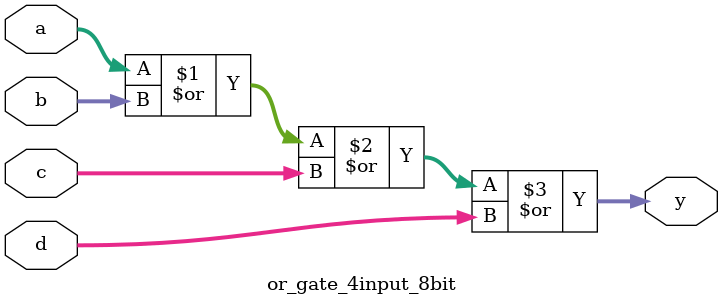
<source format=sv>
module or_gate_4input_8bit (
    input wire [7:0] a,
    input wire [7:0] b,
    input wire [7:0] c,
    input wire [7:0] d,
    output wire [7:0] y
);
    assign y = a | b | c | d;
endmodule

</source>
